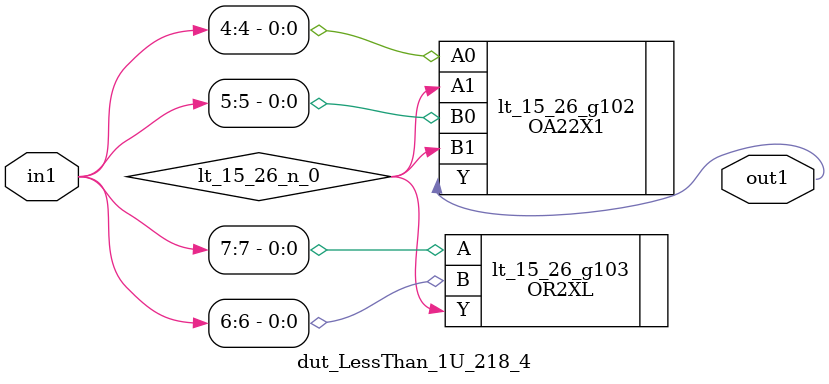
<source format=v>
`timescale 1ps / 1ps


module dut_LessThan_1U_218_4(in1, out1);
  input [7:0] in1;
  output out1;
  wire [7:0] in1;
  wire out1;
  wire lt_15_26_n_0;
  OA22X1 lt_15_26_g102(.A0 (in1[4]), .A1 (lt_15_26_n_0), .B0 (in1[5]),
       .B1 (lt_15_26_n_0), .Y (out1));
  OR2XL lt_15_26_g103(.A (in1[7]), .B (in1[6]), .Y (lt_15_26_n_0));
endmodule



</source>
